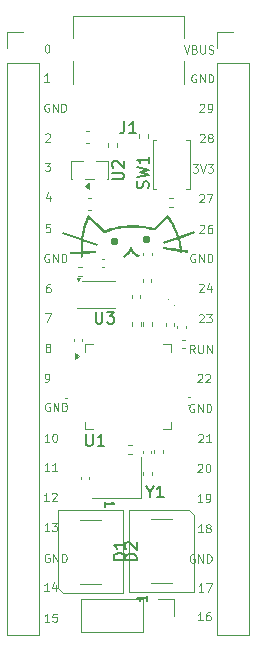
<source format=gbr>
%TF.GenerationSoftware,KiCad,Pcbnew,9.0.6*%
%TF.CreationDate,2025-12-14T11:18:03-08:00*%
%TF.ProjectId,devboard,64657662-6f61-4726-942e-6b696361645f,rev?*%
%TF.SameCoordinates,Original*%
%TF.FileFunction,Legend,Top*%
%TF.FilePolarity,Positive*%
%FSLAX46Y46*%
G04 Gerber Fmt 4.6, Leading zero omitted, Abs format (unit mm)*
G04 Created by KiCad (PCBNEW 9.0.6) date 2025-12-14 11:18:03*
%MOMM*%
%LPD*%
G01*
G04 APERTURE LIST*
%ADD10C,0.000000*%
%ADD11C,0.087500*%
%ADD12C,0.150000*%
%ADD13C,0.120000*%
G04 APERTURE END LIST*
D10*
G36*
X83731941Y-72744942D02*
G01*
X83748540Y-72746206D01*
X83764899Y-72748288D01*
X83780998Y-72751166D01*
X83796815Y-72754821D01*
X83812330Y-72759231D01*
X83827523Y-72764377D01*
X83842372Y-72770236D01*
X83856858Y-72776790D01*
X83870959Y-72784017D01*
X83884655Y-72791896D01*
X83897925Y-72800407D01*
X83910749Y-72809530D01*
X83923106Y-72819243D01*
X83934976Y-72829527D01*
X83946337Y-72840360D01*
X83957170Y-72851721D01*
X83967453Y-72863591D01*
X83977166Y-72875949D01*
X83986288Y-72888773D01*
X83994799Y-72902044D01*
X84002678Y-72915741D01*
X84009905Y-72929843D01*
X84016458Y-72944329D01*
X84022318Y-72959179D01*
X84027463Y-72974373D01*
X84031874Y-72989889D01*
X84035528Y-73005707D01*
X84038407Y-73021807D01*
X84040488Y-73038168D01*
X84041752Y-73054768D01*
X84042178Y-73071589D01*
X84041752Y-73088408D01*
X84040488Y-73105007D01*
X84038407Y-73121366D01*
X84035528Y-73137465D01*
X84031874Y-73153282D01*
X84027463Y-73168797D01*
X84022318Y-73183990D01*
X84016458Y-73198839D01*
X84009905Y-73213325D01*
X84002678Y-73227426D01*
X83994799Y-73241122D01*
X83986288Y-73254392D01*
X83977166Y-73267216D01*
X83967453Y-73279573D01*
X83957170Y-73291443D01*
X83946337Y-73302804D01*
X83934976Y-73313637D01*
X83923106Y-73323920D01*
X83910749Y-73333633D01*
X83897925Y-73342755D01*
X83884655Y-73351266D01*
X83870959Y-73359145D01*
X83856858Y-73366372D01*
X83842372Y-73372925D01*
X83827523Y-73378785D01*
X83812330Y-73383930D01*
X83796815Y-73388341D01*
X83780998Y-73391995D01*
X83764899Y-73394874D01*
X83748540Y-73396955D01*
X83731941Y-73398219D01*
X83715122Y-73398645D01*
X83698301Y-73398219D01*
X83681701Y-73396955D01*
X83665340Y-73394874D01*
X83649240Y-73391995D01*
X83633422Y-73388341D01*
X83617906Y-73383930D01*
X83602712Y-73378785D01*
X83587862Y-73372925D01*
X83573376Y-73366372D01*
X83559274Y-73359145D01*
X83545577Y-73351266D01*
X83532306Y-73342755D01*
X83519482Y-73333633D01*
X83507124Y-73323920D01*
X83495254Y-73313637D01*
X83483892Y-73302804D01*
X83473060Y-73291443D01*
X83462776Y-73279573D01*
X83453063Y-73267216D01*
X83443940Y-73254392D01*
X83435429Y-73241122D01*
X83427550Y-73227426D01*
X83420323Y-73213325D01*
X83413769Y-73198839D01*
X83407910Y-73183990D01*
X83402764Y-73168797D01*
X83398354Y-73153282D01*
X83394699Y-73137465D01*
X83391821Y-73121366D01*
X83389739Y-73105007D01*
X83388475Y-73088408D01*
X83388049Y-73071589D01*
X83388475Y-73054768D01*
X83389739Y-73038168D01*
X83391821Y-73021807D01*
X83394699Y-73005707D01*
X83398354Y-72989889D01*
X83402764Y-72974373D01*
X83407910Y-72959179D01*
X83413769Y-72944329D01*
X83420323Y-72929843D01*
X83427550Y-72915741D01*
X83435429Y-72902044D01*
X83443940Y-72888773D01*
X83453063Y-72875949D01*
X83462776Y-72863591D01*
X83473060Y-72851721D01*
X83483892Y-72840360D01*
X83495254Y-72829527D01*
X83507124Y-72819243D01*
X83519482Y-72809530D01*
X83532306Y-72800407D01*
X83545577Y-72791896D01*
X83559274Y-72784017D01*
X83573376Y-72776790D01*
X83587862Y-72770236D01*
X83602712Y-72764377D01*
X83617906Y-72759231D01*
X83633422Y-72754821D01*
X83649240Y-72751166D01*
X83665340Y-72748288D01*
X83681701Y-72746206D01*
X83698301Y-72744942D01*
X83715122Y-72744516D01*
X83731941Y-72744942D01*
G37*
G36*
X85638790Y-71080499D02*
G01*
X85777928Y-71301124D01*
X85909007Y-71517766D01*
X86031724Y-71731548D01*
X86145777Y-71943595D01*
X86250862Y-72155030D01*
X86299946Y-72260869D01*
X86346676Y-72366977D01*
X86391012Y-72473493D01*
X86432916Y-72580560D01*
X86472352Y-72688316D01*
X86509280Y-72796904D01*
X87773803Y-72340291D01*
X87838509Y-72519457D01*
X86564938Y-72979339D01*
X86595243Y-73091682D01*
X86622864Y-73205388D01*
X86647762Y-73320602D01*
X86669899Y-73437470D01*
X86689237Y-73556136D01*
X86705736Y-73676745D01*
X86719360Y-73799444D01*
X86730070Y-73924378D01*
X87272106Y-73994879D01*
X87247531Y-74183776D01*
X86740642Y-74117847D01*
X86741627Y-74147343D01*
X86744579Y-74242545D01*
X86554175Y-74248450D01*
X86551222Y-74153248D01*
X86550200Y-74122990D01*
X86548999Y-74092923D01*
X85108693Y-73905582D01*
X85133266Y-73716670D01*
X86537014Y-73899263D01*
X86526502Y-73786657D01*
X86513501Y-73675919D01*
X86498046Y-73566935D01*
X86480168Y-73459590D01*
X86459900Y-73353769D01*
X86437276Y-73249357D01*
X86412329Y-73146239D01*
X86385091Y-73044300D01*
X85181749Y-73478814D01*
X85117043Y-73299649D01*
X86329829Y-72861706D01*
X86295902Y-72761301D01*
X86259759Y-72661658D01*
X86221432Y-72562658D01*
X86180958Y-72464181D01*
X86093698Y-72268324D01*
X85998250Y-72073133D01*
X85894885Y-71877657D01*
X85783875Y-71680944D01*
X85665489Y-71482042D01*
X85540000Y-71280000D01*
X84452324Y-72300397D01*
X84401795Y-72287618D01*
X84112127Y-72219689D01*
X83826428Y-72163390D01*
X83544634Y-72118535D01*
X83266679Y-72084935D01*
X82992500Y-72062402D01*
X82722031Y-72050750D01*
X82455208Y-72049790D01*
X82191967Y-72059335D01*
X81932243Y-72079198D01*
X81675972Y-72109191D01*
X81423089Y-72149126D01*
X81173530Y-72198817D01*
X80927230Y-72258074D01*
X80684124Y-72326711D01*
X80444149Y-72404540D01*
X80207239Y-72491373D01*
X80153153Y-72512360D01*
X78827003Y-71338960D01*
X78746602Y-71552655D01*
X78672755Y-71763586D01*
X78605624Y-71972584D01*
X78545373Y-72180481D01*
X78492164Y-72388109D01*
X78446161Y-72596300D01*
X78407526Y-72805884D01*
X78376423Y-73017693D01*
X79588019Y-73461162D01*
X79522534Y-73640057D01*
X78354849Y-73212654D01*
X78346063Y-73316592D01*
X78339091Y-73421499D01*
X78333949Y-73527466D01*
X78330655Y-73634582D01*
X78329228Y-73742936D01*
X78329685Y-73852620D01*
X78332044Y-73963722D01*
X78336323Y-74076333D01*
X79460653Y-74048362D01*
X79465384Y-74238814D01*
X78347689Y-74266612D01*
X78351636Y-74318307D01*
X78355974Y-74370344D01*
X78360702Y-74422736D01*
X78365818Y-74475495D01*
X78375328Y-74570268D01*
X78185780Y-74589286D01*
X78176271Y-74494513D01*
X78170808Y-74438120D01*
X78165778Y-74382135D01*
X78161175Y-74326547D01*
X78156999Y-74271342D01*
X77220723Y-74294630D01*
X77215992Y-74104194D01*
X78145759Y-74081064D01*
X78141203Y-73958765D01*
X78138844Y-73838193D01*
X78138661Y-73719239D01*
X78140634Y-73601792D01*
X78144741Y-73485742D01*
X78150963Y-73370978D01*
X78159278Y-73257390D01*
X78169667Y-73144868D01*
X76609694Y-72573876D01*
X76675179Y-72394997D01*
X78192717Y-72950447D01*
X78227941Y-72723284D01*
X78271587Y-72498402D01*
X78323469Y-72274819D01*
X78383402Y-72051557D01*
X78451200Y-71827633D01*
X78526677Y-71602068D01*
X78609646Y-71373882D01*
X78699924Y-71142094D01*
X78750247Y-71016697D01*
X80192666Y-72292968D01*
X80430768Y-72207805D01*
X80671879Y-72131456D01*
X80916059Y-72064101D01*
X81163371Y-72005926D01*
X81413877Y-71957112D01*
X81667638Y-71917842D01*
X81924716Y-71888298D01*
X82185173Y-71868665D01*
X82449070Y-71859123D01*
X82716469Y-71859857D01*
X82987433Y-71871049D01*
X83262022Y-71892882D01*
X83540299Y-71925538D01*
X83822326Y-71969201D01*
X84108163Y-72024052D01*
X84397874Y-72090276D01*
X85576957Y-70984122D01*
X85638790Y-71080499D01*
G37*
G36*
X82523036Y-73739784D02*
G01*
X82533692Y-73788637D01*
X82547112Y-73836183D01*
X82563349Y-73882402D01*
X82582452Y-73927272D01*
X82604473Y-73970775D01*
X82629463Y-74012889D01*
X82657472Y-74053595D01*
X82688551Y-74092871D01*
X82722751Y-74130699D01*
X82760123Y-74167057D01*
X82800719Y-74201925D01*
X82844587Y-74235283D01*
X82891781Y-74267111D01*
X82942350Y-74297388D01*
X82996345Y-74326094D01*
X83053817Y-74353209D01*
X83148114Y-74395103D01*
X83064326Y-74583714D01*
X82970029Y-74541804D01*
X82920044Y-74518597D01*
X82872227Y-74494372D01*
X82826550Y-74469143D01*
X82782986Y-74442923D01*
X82741506Y-74415728D01*
X82702083Y-74387570D01*
X82664689Y-74358464D01*
X82629296Y-74328424D01*
X82595876Y-74297464D01*
X82564402Y-74265598D01*
X82534846Y-74232840D01*
X82507181Y-74199203D01*
X82481377Y-74164703D01*
X82457409Y-74129352D01*
X82435247Y-74093165D01*
X82414864Y-74056156D01*
X82393193Y-74094071D01*
X82370259Y-74130838D01*
X82346095Y-74166486D01*
X82320732Y-74201043D01*
X82294202Y-74234540D01*
X82266536Y-74267005D01*
X82237767Y-74298466D01*
X82207925Y-74328954D01*
X82177044Y-74358497D01*
X82145153Y-74387124D01*
X82112286Y-74414864D01*
X82078474Y-74441747D01*
X82043748Y-74467801D01*
X82008140Y-74493055D01*
X81971683Y-74517538D01*
X81934407Y-74541280D01*
X81846730Y-74595684D01*
X81737906Y-74420329D01*
X81825584Y-74365925D01*
X81869244Y-74337872D01*
X81911600Y-74308628D01*
X81952570Y-74278119D01*
X81992071Y-74246272D01*
X82030021Y-74213013D01*
X82066340Y-74178269D01*
X82100945Y-74141965D01*
X82133753Y-74104027D01*
X82164684Y-74064383D01*
X82193655Y-74022957D01*
X82220585Y-73979678D01*
X82245391Y-73934469D01*
X82267991Y-73887259D01*
X82288305Y-73837973D01*
X82306249Y-73786537D01*
X82321741Y-73732878D01*
X82523036Y-73739784D01*
G37*
G36*
X81024334Y-72909979D02*
G01*
X81040934Y-72911243D01*
X81057295Y-72913324D01*
X81073395Y-72916203D01*
X81089213Y-72919857D01*
X81104729Y-72924268D01*
X81119923Y-72929413D01*
X81134773Y-72935273D01*
X81149259Y-72941826D01*
X81163361Y-72949053D01*
X81177058Y-72956932D01*
X81190329Y-72965443D01*
X81203153Y-72974566D01*
X81215511Y-72984279D01*
X81227381Y-72994562D01*
X81238743Y-73005394D01*
X81249576Y-73016755D01*
X81259859Y-73028625D01*
X81269572Y-73040982D01*
X81278695Y-73053806D01*
X81287206Y-73067076D01*
X81295085Y-73080772D01*
X81302312Y-73094873D01*
X81308866Y-73109359D01*
X81314725Y-73124208D01*
X81319871Y-73139401D01*
X81324281Y-73154916D01*
X81327936Y-73170733D01*
X81330814Y-73186832D01*
X81332896Y-73203191D01*
X81334160Y-73219791D01*
X81334586Y-73236609D01*
X81334160Y-73253430D01*
X81332896Y-73270030D01*
X81330814Y-73286391D01*
X81327936Y-73302491D01*
X81324281Y-73318309D01*
X81319871Y-73333825D01*
X81314725Y-73349019D01*
X81308866Y-73363869D01*
X81302312Y-73378355D01*
X81295085Y-73392457D01*
X81287206Y-73406154D01*
X81278695Y-73419425D01*
X81269572Y-73432249D01*
X81259859Y-73444607D01*
X81249576Y-73456477D01*
X81238743Y-73467839D01*
X81227381Y-73478671D01*
X81215511Y-73488955D01*
X81203153Y-73498668D01*
X81190329Y-73507791D01*
X81177058Y-73516302D01*
X81163361Y-73524181D01*
X81149259Y-73531408D01*
X81134773Y-73537962D01*
X81119923Y-73543822D01*
X81104729Y-73548967D01*
X81089213Y-73553377D01*
X81073395Y-73557032D01*
X81057295Y-73559910D01*
X81040934Y-73561992D01*
X81024334Y-73563256D01*
X81007513Y-73563682D01*
X80990694Y-73563256D01*
X80974095Y-73561992D01*
X80957736Y-73559910D01*
X80941637Y-73557032D01*
X80925820Y-73553377D01*
X80910305Y-73548967D01*
X80895112Y-73543822D01*
X80880263Y-73537962D01*
X80865777Y-73531408D01*
X80851676Y-73524181D01*
X80837980Y-73516302D01*
X80824710Y-73507791D01*
X80811886Y-73498668D01*
X80799529Y-73488955D01*
X80787659Y-73478671D01*
X80776298Y-73467839D01*
X80765466Y-73456477D01*
X80755182Y-73444607D01*
X80745469Y-73432249D01*
X80736347Y-73419425D01*
X80727836Y-73406154D01*
X80719957Y-73392457D01*
X80712730Y-73378355D01*
X80706177Y-73363869D01*
X80700317Y-73349019D01*
X80695172Y-73333825D01*
X80690761Y-73318309D01*
X80687107Y-73302491D01*
X80684228Y-73286391D01*
X80682147Y-73270030D01*
X80680883Y-73253430D01*
X80680457Y-73236609D01*
X80680883Y-73219791D01*
X80682147Y-73203191D01*
X80684228Y-73186832D01*
X80687107Y-73170733D01*
X80690761Y-73154916D01*
X80695172Y-73139401D01*
X80700317Y-73124208D01*
X80706177Y-73109359D01*
X80712730Y-73094873D01*
X80719957Y-73080772D01*
X80727836Y-73067076D01*
X80736347Y-73053806D01*
X80745469Y-73040982D01*
X80755182Y-73028625D01*
X80765466Y-73016755D01*
X80776298Y-73005394D01*
X80787659Y-72994562D01*
X80799529Y-72984279D01*
X80811886Y-72974566D01*
X80824710Y-72965443D01*
X80837980Y-72956932D01*
X80851676Y-72949053D01*
X80865777Y-72941826D01*
X80880263Y-72935273D01*
X80895112Y-72929413D01*
X80910305Y-72924268D01*
X80925820Y-72919857D01*
X80941637Y-72916203D01*
X80957736Y-72913324D01*
X80974095Y-72911243D01*
X80990694Y-72909979D01*
X81007513Y-72909553D01*
X81024334Y-72909979D01*
G37*
D11*
X87627565Y-66699783D02*
X88060898Y-66699783D01*
X88060898Y-66699783D02*
X87827565Y-66966450D01*
X87827565Y-66966450D02*
X87927565Y-66966450D01*
X87927565Y-66966450D02*
X87994231Y-66999783D01*
X87994231Y-66999783D02*
X88027565Y-67033116D01*
X88027565Y-67033116D02*
X88060898Y-67099783D01*
X88060898Y-67099783D02*
X88060898Y-67266450D01*
X88060898Y-67266450D02*
X88027565Y-67333116D01*
X88027565Y-67333116D02*
X87994231Y-67366450D01*
X87994231Y-67366450D02*
X87927565Y-67399783D01*
X87927565Y-67399783D02*
X87727565Y-67399783D01*
X87727565Y-67399783D02*
X87660898Y-67366450D01*
X87660898Y-67366450D02*
X87627565Y-67333116D01*
X88260898Y-66699783D02*
X88494232Y-67399783D01*
X88494232Y-67399783D02*
X88727565Y-66699783D01*
X88894232Y-66699783D02*
X89327565Y-66699783D01*
X89327565Y-66699783D02*
X89094232Y-66966450D01*
X89094232Y-66966450D02*
X89194232Y-66966450D01*
X89194232Y-66966450D02*
X89260898Y-66999783D01*
X89260898Y-66999783D02*
X89294232Y-67033116D01*
X89294232Y-67033116D02*
X89327565Y-67099783D01*
X89327565Y-67099783D02*
X89327565Y-67266450D01*
X89327565Y-67266450D02*
X89294232Y-67333116D01*
X89294232Y-67333116D02*
X89260898Y-67366450D01*
X89260898Y-67366450D02*
X89194232Y-67399783D01*
X89194232Y-67399783D02*
X88994232Y-67399783D01*
X88994232Y-67399783D02*
X88927565Y-67366450D01*
X88927565Y-67366450D02*
X88894232Y-67333116D01*
X75160898Y-64136450D02*
X75194231Y-64103116D01*
X75194231Y-64103116D02*
X75260898Y-64069783D01*
X75260898Y-64069783D02*
X75427565Y-64069783D01*
X75427565Y-64069783D02*
X75494231Y-64103116D01*
X75494231Y-64103116D02*
X75527565Y-64136450D01*
X75527565Y-64136450D02*
X75560898Y-64203116D01*
X75560898Y-64203116D02*
X75560898Y-64269783D01*
X75560898Y-64269783D02*
X75527565Y-64369783D01*
X75527565Y-64369783D02*
X75127565Y-64769783D01*
X75127565Y-64769783D02*
X75560898Y-64769783D01*
X75540898Y-86913116D02*
X75474231Y-86879783D01*
X75474231Y-86879783D02*
X75374231Y-86879783D01*
X75374231Y-86879783D02*
X75274231Y-86913116D01*
X75274231Y-86913116D02*
X75207565Y-86979783D01*
X75207565Y-86979783D02*
X75174231Y-87046450D01*
X75174231Y-87046450D02*
X75140898Y-87179783D01*
X75140898Y-87179783D02*
X75140898Y-87279783D01*
X75140898Y-87279783D02*
X75174231Y-87413116D01*
X75174231Y-87413116D02*
X75207565Y-87479783D01*
X75207565Y-87479783D02*
X75274231Y-87546450D01*
X75274231Y-87546450D02*
X75374231Y-87579783D01*
X75374231Y-87579783D02*
X75440898Y-87579783D01*
X75440898Y-87579783D02*
X75540898Y-87546450D01*
X75540898Y-87546450D02*
X75574231Y-87513116D01*
X75574231Y-87513116D02*
X75574231Y-87279783D01*
X75574231Y-87279783D02*
X75440898Y-87279783D01*
X75874231Y-87579783D02*
X75874231Y-86879783D01*
X75874231Y-86879783D02*
X76274231Y-87579783D01*
X76274231Y-87579783D02*
X76274231Y-86879783D01*
X76607564Y-87579783D02*
X76607564Y-86879783D01*
X76607564Y-86879783D02*
X76774231Y-86879783D01*
X76774231Y-86879783D02*
X76874231Y-86913116D01*
X76874231Y-86913116D02*
X76940898Y-86979783D01*
X76940898Y-86979783D02*
X76974231Y-87046450D01*
X76974231Y-87046450D02*
X77007564Y-87179783D01*
X77007564Y-87179783D02*
X77007564Y-87279783D01*
X77007564Y-87279783D02*
X76974231Y-87413116D01*
X76974231Y-87413116D02*
X76940898Y-87479783D01*
X76940898Y-87479783D02*
X76874231Y-87546450D01*
X76874231Y-87546450D02*
X76774231Y-87579783D01*
X76774231Y-87579783D02*
X76607564Y-87579783D01*
X88120898Y-89606450D02*
X88154231Y-89573116D01*
X88154231Y-89573116D02*
X88220898Y-89539783D01*
X88220898Y-89539783D02*
X88387565Y-89539783D01*
X88387565Y-89539783D02*
X88454231Y-89573116D01*
X88454231Y-89573116D02*
X88487565Y-89606450D01*
X88487565Y-89606450D02*
X88520898Y-89673116D01*
X88520898Y-89673116D02*
X88520898Y-89739783D01*
X88520898Y-89739783D02*
X88487565Y-89839783D01*
X88487565Y-89839783D02*
X88087565Y-90239783D01*
X88087565Y-90239783D02*
X88520898Y-90239783D01*
X89187565Y-90239783D02*
X88787565Y-90239783D01*
X88987565Y-90239783D02*
X88987565Y-89539783D01*
X88987565Y-89539783D02*
X88920898Y-89639783D01*
X88920898Y-89639783D02*
X88854232Y-89706450D01*
X88854232Y-89706450D02*
X88787565Y-89739783D01*
X88500898Y-97869783D02*
X88100898Y-97869783D01*
X88300898Y-97869783D02*
X88300898Y-97169783D01*
X88300898Y-97169783D02*
X88234231Y-97269783D01*
X88234231Y-97269783D02*
X88167565Y-97336450D01*
X88167565Y-97336450D02*
X88100898Y-97369783D01*
X88900898Y-97469783D02*
X88834232Y-97436450D01*
X88834232Y-97436450D02*
X88800898Y-97403116D01*
X88800898Y-97403116D02*
X88767565Y-97336450D01*
X88767565Y-97336450D02*
X88767565Y-97303116D01*
X88767565Y-97303116D02*
X88800898Y-97236450D01*
X88800898Y-97236450D02*
X88834232Y-97203116D01*
X88834232Y-97203116D02*
X88900898Y-97169783D01*
X88900898Y-97169783D02*
X89034232Y-97169783D01*
X89034232Y-97169783D02*
X89100898Y-97203116D01*
X89100898Y-97203116D02*
X89134232Y-97236450D01*
X89134232Y-97236450D02*
X89167565Y-97303116D01*
X89167565Y-97303116D02*
X89167565Y-97336450D01*
X89167565Y-97336450D02*
X89134232Y-97403116D01*
X89134232Y-97403116D02*
X89100898Y-97436450D01*
X89100898Y-97436450D02*
X89034232Y-97469783D01*
X89034232Y-97469783D02*
X88900898Y-97469783D01*
X88900898Y-97469783D02*
X88834232Y-97503116D01*
X88834232Y-97503116D02*
X88800898Y-97536450D01*
X88800898Y-97536450D02*
X88767565Y-97603116D01*
X88767565Y-97603116D02*
X88767565Y-97736450D01*
X88767565Y-97736450D02*
X88800898Y-97803116D01*
X88800898Y-97803116D02*
X88834232Y-97836450D01*
X88834232Y-97836450D02*
X88900898Y-97869783D01*
X88900898Y-97869783D02*
X89034232Y-97869783D01*
X89034232Y-97869783D02*
X89100898Y-97836450D01*
X89100898Y-97836450D02*
X89134232Y-97803116D01*
X89134232Y-97803116D02*
X89167565Y-97736450D01*
X89167565Y-97736450D02*
X89167565Y-97603116D01*
X89167565Y-97603116D02*
X89134232Y-97536450D01*
X89134232Y-97536450D02*
X89100898Y-97503116D01*
X89100898Y-97503116D02*
X89034232Y-97469783D01*
X88460898Y-95319783D02*
X88060898Y-95319783D01*
X88260898Y-95319783D02*
X88260898Y-94619783D01*
X88260898Y-94619783D02*
X88194231Y-94719783D01*
X88194231Y-94719783D02*
X88127565Y-94786450D01*
X88127565Y-94786450D02*
X88060898Y-94819783D01*
X88794232Y-95319783D02*
X88927565Y-95319783D01*
X88927565Y-95319783D02*
X88994232Y-95286450D01*
X88994232Y-95286450D02*
X89027565Y-95253116D01*
X89027565Y-95253116D02*
X89094232Y-95153116D01*
X89094232Y-95153116D02*
X89127565Y-95019783D01*
X89127565Y-95019783D02*
X89127565Y-94753116D01*
X89127565Y-94753116D02*
X89094232Y-94686450D01*
X89094232Y-94686450D02*
X89060898Y-94653116D01*
X89060898Y-94653116D02*
X88994232Y-94619783D01*
X88994232Y-94619783D02*
X88860898Y-94619783D01*
X88860898Y-94619783D02*
X88794232Y-94653116D01*
X88794232Y-94653116D02*
X88760898Y-94686450D01*
X88760898Y-94686450D02*
X88727565Y-94753116D01*
X88727565Y-94753116D02*
X88727565Y-94919783D01*
X88727565Y-94919783D02*
X88760898Y-94986450D01*
X88760898Y-94986450D02*
X88794232Y-95019783D01*
X88794232Y-95019783D02*
X88860898Y-95053116D01*
X88860898Y-95053116D02*
X88994232Y-95053116D01*
X88994232Y-95053116D02*
X89060898Y-95019783D01*
X89060898Y-95019783D02*
X89094232Y-94986450D01*
X89094232Y-94986450D02*
X89127565Y-94919783D01*
X75500898Y-97749783D02*
X75100898Y-97749783D01*
X75300898Y-97749783D02*
X75300898Y-97049783D01*
X75300898Y-97049783D02*
X75234231Y-97149783D01*
X75234231Y-97149783D02*
X75167565Y-97216450D01*
X75167565Y-97216450D02*
X75100898Y-97249783D01*
X75734232Y-97049783D02*
X76167565Y-97049783D01*
X76167565Y-97049783D02*
X75934232Y-97316450D01*
X75934232Y-97316450D02*
X76034232Y-97316450D01*
X76034232Y-97316450D02*
X76100898Y-97349783D01*
X76100898Y-97349783D02*
X76134232Y-97383116D01*
X76134232Y-97383116D02*
X76167565Y-97449783D01*
X76167565Y-97449783D02*
X76167565Y-97616450D01*
X76167565Y-97616450D02*
X76134232Y-97683116D01*
X76134232Y-97683116D02*
X76100898Y-97716450D01*
X76100898Y-97716450D02*
X76034232Y-97749783D01*
X76034232Y-97749783D02*
X75834232Y-97749783D01*
X75834232Y-97749783D02*
X75767565Y-97716450D01*
X75767565Y-97716450D02*
X75734232Y-97683116D01*
X75470898Y-74333116D02*
X75404231Y-74299783D01*
X75404231Y-74299783D02*
X75304231Y-74299783D01*
X75304231Y-74299783D02*
X75204231Y-74333116D01*
X75204231Y-74333116D02*
X75137565Y-74399783D01*
X75137565Y-74399783D02*
X75104231Y-74466450D01*
X75104231Y-74466450D02*
X75070898Y-74599783D01*
X75070898Y-74599783D02*
X75070898Y-74699783D01*
X75070898Y-74699783D02*
X75104231Y-74833116D01*
X75104231Y-74833116D02*
X75137565Y-74899783D01*
X75137565Y-74899783D02*
X75204231Y-74966450D01*
X75204231Y-74966450D02*
X75304231Y-74999783D01*
X75304231Y-74999783D02*
X75370898Y-74999783D01*
X75370898Y-74999783D02*
X75470898Y-74966450D01*
X75470898Y-74966450D02*
X75504231Y-74933116D01*
X75504231Y-74933116D02*
X75504231Y-74699783D01*
X75504231Y-74699783D02*
X75370898Y-74699783D01*
X75804231Y-74999783D02*
X75804231Y-74299783D01*
X75804231Y-74299783D02*
X76204231Y-74999783D01*
X76204231Y-74999783D02*
X76204231Y-74299783D01*
X76537564Y-74999783D02*
X76537564Y-74299783D01*
X76537564Y-74299783D02*
X76704231Y-74299783D01*
X76704231Y-74299783D02*
X76804231Y-74333116D01*
X76804231Y-74333116D02*
X76870898Y-74399783D01*
X76870898Y-74399783D02*
X76904231Y-74466450D01*
X76904231Y-74466450D02*
X76937564Y-74599783D01*
X76937564Y-74599783D02*
X76937564Y-74699783D01*
X76937564Y-74699783D02*
X76904231Y-74833116D01*
X76904231Y-74833116D02*
X76870898Y-74899783D01*
X76870898Y-74899783D02*
X76804231Y-74966450D01*
X76804231Y-74966450D02*
X76704231Y-74999783D01*
X76704231Y-74999783D02*
X76537564Y-74999783D01*
X86884231Y-56629783D02*
X87117565Y-57329783D01*
X87117565Y-57329783D02*
X87350898Y-56629783D01*
X87817565Y-56963116D02*
X87917565Y-56996450D01*
X87917565Y-56996450D02*
X87950898Y-57029783D01*
X87950898Y-57029783D02*
X87984231Y-57096450D01*
X87984231Y-57096450D02*
X87984231Y-57196450D01*
X87984231Y-57196450D02*
X87950898Y-57263116D01*
X87950898Y-57263116D02*
X87917565Y-57296450D01*
X87917565Y-57296450D02*
X87850898Y-57329783D01*
X87850898Y-57329783D02*
X87584231Y-57329783D01*
X87584231Y-57329783D02*
X87584231Y-56629783D01*
X87584231Y-56629783D02*
X87817565Y-56629783D01*
X87817565Y-56629783D02*
X87884231Y-56663116D01*
X87884231Y-56663116D02*
X87917565Y-56696450D01*
X87917565Y-56696450D02*
X87950898Y-56763116D01*
X87950898Y-56763116D02*
X87950898Y-56829783D01*
X87950898Y-56829783D02*
X87917565Y-56896450D01*
X87917565Y-56896450D02*
X87884231Y-56929783D01*
X87884231Y-56929783D02*
X87817565Y-56963116D01*
X87817565Y-56963116D02*
X87584231Y-56963116D01*
X88284231Y-56629783D02*
X88284231Y-57196450D01*
X88284231Y-57196450D02*
X88317565Y-57263116D01*
X88317565Y-57263116D02*
X88350898Y-57296450D01*
X88350898Y-57296450D02*
X88417565Y-57329783D01*
X88417565Y-57329783D02*
X88550898Y-57329783D01*
X88550898Y-57329783D02*
X88617565Y-57296450D01*
X88617565Y-57296450D02*
X88650898Y-57263116D01*
X88650898Y-57263116D02*
X88684231Y-57196450D01*
X88684231Y-57196450D02*
X88684231Y-56629783D01*
X88984231Y-57296450D02*
X89084231Y-57329783D01*
X89084231Y-57329783D02*
X89250898Y-57329783D01*
X89250898Y-57329783D02*
X89317564Y-57296450D01*
X89317564Y-57296450D02*
X89350898Y-57263116D01*
X89350898Y-57263116D02*
X89384231Y-57196450D01*
X89384231Y-57196450D02*
X89384231Y-57129783D01*
X89384231Y-57129783D02*
X89350898Y-57063116D01*
X89350898Y-57063116D02*
X89317564Y-57029783D01*
X89317564Y-57029783D02*
X89250898Y-56996450D01*
X89250898Y-56996450D02*
X89117564Y-56963116D01*
X89117564Y-56963116D02*
X89050898Y-56929783D01*
X89050898Y-56929783D02*
X89017564Y-56896450D01*
X89017564Y-56896450D02*
X88984231Y-56829783D01*
X88984231Y-56829783D02*
X88984231Y-56763116D01*
X88984231Y-56763116D02*
X89017564Y-56696450D01*
X89017564Y-56696450D02*
X89050898Y-56663116D01*
X89050898Y-56663116D02*
X89117564Y-56629783D01*
X89117564Y-56629783D02*
X89284231Y-56629783D01*
X89284231Y-56629783D02*
X89384231Y-56663116D01*
X75167565Y-85109783D02*
X75300898Y-85109783D01*
X75300898Y-85109783D02*
X75367565Y-85076450D01*
X75367565Y-85076450D02*
X75400898Y-85043116D01*
X75400898Y-85043116D02*
X75467565Y-84943116D01*
X75467565Y-84943116D02*
X75500898Y-84809783D01*
X75500898Y-84809783D02*
X75500898Y-84543116D01*
X75500898Y-84543116D02*
X75467565Y-84476450D01*
X75467565Y-84476450D02*
X75434231Y-84443116D01*
X75434231Y-84443116D02*
X75367565Y-84409783D01*
X75367565Y-84409783D02*
X75234231Y-84409783D01*
X75234231Y-84409783D02*
X75167565Y-84443116D01*
X75167565Y-84443116D02*
X75134231Y-84476450D01*
X75134231Y-84476450D02*
X75100898Y-84543116D01*
X75100898Y-84543116D02*
X75100898Y-84709783D01*
X75100898Y-84709783D02*
X75134231Y-84776450D01*
X75134231Y-84776450D02*
X75167565Y-84809783D01*
X75167565Y-84809783D02*
X75234231Y-84843116D01*
X75234231Y-84843116D02*
X75367565Y-84843116D01*
X75367565Y-84843116D02*
X75434231Y-84809783D01*
X75434231Y-84809783D02*
X75467565Y-84776450D01*
X75467565Y-84776450D02*
X75500898Y-84709783D01*
X75137565Y-66549783D02*
X75570898Y-66549783D01*
X75570898Y-66549783D02*
X75337565Y-66816450D01*
X75337565Y-66816450D02*
X75437565Y-66816450D01*
X75437565Y-66816450D02*
X75504231Y-66849783D01*
X75504231Y-66849783D02*
X75537565Y-66883116D01*
X75537565Y-66883116D02*
X75570898Y-66949783D01*
X75570898Y-66949783D02*
X75570898Y-67116450D01*
X75570898Y-67116450D02*
X75537565Y-67183116D01*
X75537565Y-67183116D02*
X75504231Y-67216450D01*
X75504231Y-67216450D02*
X75437565Y-67249783D01*
X75437565Y-67249783D02*
X75237565Y-67249783D01*
X75237565Y-67249783D02*
X75170898Y-67216450D01*
X75170898Y-67216450D02*
X75137565Y-67183116D01*
X87910898Y-59103116D02*
X87844231Y-59069783D01*
X87844231Y-59069783D02*
X87744231Y-59069783D01*
X87744231Y-59069783D02*
X87644231Y-59103116D01*
X87644231Y-59103116D02*
X87577565Y-59169783D01*
X87577565Y-59169783D02*
X87544231Y-59236450D01*
X87544231Y-59236450D02*
X87510898Y-59369783D01*
X87510898Y-59369783D02*
X87510898Y-59469783D01*
X87510898Y-59469783D02*
X87544231Y-59603116D01*
X87544231Y-59603116D02*
X87577565Y-59669783D01*
X87577565Y-59669783D02*
X87644231Y-59736450D01*
X87644231Y-59736450D02*
X87744231Y-59769783D01*
X87744231Y-59769783D02*
X87810898Y-59769783D01*
X87810898Y-59769783D02*
X87910898Y-59736450D01*
X87910898Y-59736450D02*
X87944231Y-59703116D01*
X87944231Y-59703116D02*
X87944231Y-59469783D01*
X87944231Y-59469783D02*
X87810898Y-59469783D01*
X88244231Y-59769783D02*
X88244231Y-59069783D01*
X88244231Y-59069783D02*
X88644231Y-59769783D01*
X88644231Y-59769783D02*
X88644231Y-59069783D01*
X88977564Y-59769783D02*
X88977564Y-59069783D01*
X88977564Y-59069783D02*
X89144231Y-59069783D01*
X89144231Y-59069783D02*
X89244231Y-59103116D01*
X89244231Y-59103116D02*
X89310898Y-59169783D01*
X89310898Y-59169783D02*
X89344231Y-59236450D01*
X89344231Y-59236450D02*
X89377564Y-59369783D01*
X89377564Y-59369783D02*
X89377564Y-59469783D01*
X89377564Y-59469783D02*
X89344231Y-59603116D01*
X89344231Y-59603116D02*
X89310898Y-59669783D01*
X89310898Y-59669783D02*
X89244231Y-59736450D01*
X89244231Y-59736450D02*
X89144231Y-59769783D01*
X89144231Y-59769783D02*
X88977564Y-59769783D01*
X88170898Y-79456450D02*
X88204231Y-79423116D01*
X88204231Y-79423116D02*
X88270898Y-79389783D01*
X88270898Y-79389783D02*
X88437565Y-79389783D01*
X88437565Y-79389783D02*
X88504231Y-79423116D01*
X88504231Y-79423116D02*
X88537565Y-79456450D01*
X88537565Y-79456450D02*
X88570898Y-79523116D01*
X88570898Y-79523116D02*
X88570898Y-79589783D01*
X88570898Y-79589783D02*
X88537565Y-79689783D01*
X88537565Y-79689783D02*
X88137565Y-80089783D01*
X88137565Y-80089783D02*
X88570898Y-80089783D01*
X88804232Y-79389783D02*
X89237565Y-79389783D01*
X89237565Y-79389783D02*
X89004232Y-79656450D01*
X89004232Y-79656450D02*
X89104232Y-79656450D01*
X89104232Y-79656450D02*
X89170898Y-79689783D01*
X89170898Y-79689783D02*
X89204232Y-79723116D01*
X89204232Y-79723116D02*
X89237565Y-79789783D01*
X89237565Y-79789783D02*
X89237565Y-79956450D01*
X89237565Y-79956450D02*
X89204232Y-80023116D01*
X89204232Y-80023116D02*
X89170898Y-80056450D01*
X89170898Y-80056450D02*
X89104232Y-80089783D01*
X89104232Y-80089783D02*
X88904232Y-80089783D01*
X88904232Y-80089783D02*
X88837565Y-80056450D01*
X88837565Y-80056450D02*
X88804232Y-80023116D01*
X88060898Y-92136450D02*
X88094231Y-92103116D01*
X88094231Y-92103116D02*
X88160898Y-92069783D01*
X88160898Y-92069783D02*
X88327565Y-92069783D01*
X88327565Y-92069783D02*
X88394231Y-92103116D01*
X88394231Y-92103116D02*
X88427565Y-92136450D01*
X88427565Y-92136450D02*
X88460898Y-92203116D01*
X88460898Y-92203116D02*
X88460898Y-92269783D01*
X88460898Y-92269783D02*
X88427565Y-92369783D01*
X88427565Y-92369783D02*
X88027565Y-92769783D01*
X88027565Y-92769783D02*
X88460898Y-92769783D01*
X88894232Y-92069783D02*
X88960898Y-92069783D01*
X88960898Y-92069783D02*
X89027565Y-92103116D01*
X89027565Y-92103116D02*
X89060898Y-92136450D01*
X89060898Y-92136450D02*
X89094232Y-92203116D01*
X89094232Y-92203116D02*
X89127565Y-92336450D01*
X89127565Y-92336450D02*
X89127565Y-92503116D01*
X89127565Y-92503116D02*
X89094232Y-92636450D01*
X89094232Y-92636450D02*
X89060898Y-92703116D01*
X89060898Y-92703116D02*
X89027565Y-92736450D01*
X89027565Y-92736450D02*
X88960898Y-92769783D01*
X88960898Y-92769783D02*
X88894232Y-92769783D01*
X88894232Y-92769783D02*
X88827565Y-92736450D01*
X88827565Y-92736450D02*
X88794232Y-92703116D01*
X88794232Y-92703116D02*
X88760898Y-92636450D01*
X88760898Y-92636450D02*
X88727565Y-92503116D01*
X88727565Y-92503116D02*
X88727565Y-92336450D01*
X88727565Y-92336450D02*
X88760898Y-92203116D01*
X88760898Y-92203116D02*
X88794232Y-92136450D01*
X88794232Y-92136450D02*
X88827565Y-92103116D01*
X88827565Y-92103116D02*
X88894232Y-92069783D01*
X88180898Y-76856450D02*
X88214231Y-76823116D01*
X88214231Y-76823116D02*
X88280898Y-76789783D01*
X88280898Y-76789783D02*
X88447565Y-76789783D01*
X88447565Y-76789783D02*
X88514231Y-76823116D01*
X88514231Y-76823116D02*
X88547565Y-76856450D01*
X88547565Y-76856450D02*
X88580898Y-76923116D01*
X88580898Y-76923116D02*
X88580898Y-76989783D01*
X88580898Y-76989783D02*
X88547565Y-77089783D01*
X88547565Y-77089783D02*
X88147565Y-77489783D01*
X88147565Y-77489783D02*
X88580898Y-77489783D01*
X89180898Y-77023116D02*
X89180898Y-77489783D01*
X89014232Y-76756450D02*
X88847565Y-77256450D01*
X88847565Y-77256450D02*
X89280898Y-77256450D01*
X88200898Y-69286450D02*
X88234231Y-69253116D01*
X88234231Y-69253116D02*
X88300898Y-69219783D01*
X88300898Y-69219783D02*
X88467565Y-69219783D01*
X88467565Y-69219783D02*
X88534231Y-69253116D01*
X88534231Y-69253116D02*
X88567565Y-69286450D01*
X88567565Y-69286450D02*
X88600898Y-69353116D01*
X88600898Y-69353116D02*
X88600898Y-69419783D01*
X88600898Y-69419783D02*
X88567565Y-69519783D01*
X88567565Y-69519783D02*
X88167565Y-69919783D01*
X88167565Y-69919783D02*
X88600898Y-69919783D01*
X88834232Y-69219783D02*
X89300898Y-69219783D01*
X89300898Y-69219783D02*
X89000898Y-69919783D01*
X88490898Y-105319783D02*
X88090898Y-105319783D01*
X88290898Y-105319783D02*
X88290898Y-104619783D01*
X88290898Y-104619783D02*
X88224231Y-104719783D01*
X88224231Y-104719783D02*
X88157565Y-104786450D01*
X88157565Y-104786450D02*
X88090898Y-104819783D01*
X89090898Y-104619783D02*
X88957565Y-104619783D01*
X88957565Y-104619783D02*
X88890898Y-104653116D01*
X88890898Y-104653116D02*
X88857565Y-104686450D01*
X88857565Y-104686450D02*
X88790898Y-104786450D01*
X88790898Y-104786450D02*
X88757565Y-104919783D01*
X88757565Y-104919783D02*
X88757565Y-105186450D01*
X88757565Y-105186450D02*
X88790898Y-105253116D01*
X88790898Y-105253116D02*
X88824232Y-105286450D01*
X88824232Y-105286450D02*
X88890898Y-105319783D01*
X88890898Y-105319783D02*
X89024232Y-105319783D01*
X89024232Y-105319783D02*
X89090898Y-105286450D01*
X89090898Y-105286450D02*
X89124232Y-105253116D01*
X89124232Y-105253116D02*
X89157565Y-105186450D01*
X89157565Y-105186450D02*
X89157565Y-105019783D01*
X89157565Y-105019783D02*
X89124232Y-104953116D01*
X89124232Y-104953116D02*
X89090898Y-104919783D01*
X89090898Y-104919783D02*
X89024232Y-104886450D01*
X89024232Y-104886450D02*
X88890898Y-104886450D01*
X88890898Y-104886450D02*
X88824232Y-104919783D01*
X88824232Y-104919783D02*
X88790898Y-104953116D01*
X88790898Y-104953116D02*
X88757565Y-105019783D01*
X75277565Y-56549783D02*
X75344231Y-56549783D01*
X75344231Y-56549783D02*
X75410898Y-56583116D01*
X75410898Y-56583116D02*
X75444231Y-56616450D01*
X75444231Y-56616450D02*
X75477565Y-56683116D01*
X75477565Y-56683116D02*
X75510898Y-56816450D01*
X75510898Y-56816450D02*
X75510898Y-56983116D01*
X75510898Y-56983116D02*
X75477565Y-57116450D01*
X75477565Y-57116450D02*
X75444231Y-57183116D01*
X75444231Y-57183116D02*
X75410898Y-57216450D01*
X75410898Y-57216450D02*
X75344231Y-57249783D01*
X75344231Y-57249783D02*
X75277565Y-57249783D01*
X75277565Y-57249783D02*
X75210898Y-57216450D01*
X75210898Y-57216450D02*
X75177565Y-57183116D01*
X75177565Y-57183116D02*
X75144231Y-57116450D01*
X75144231Y-57116450D02*
X75110898Y-56983116D01*
X75110898Y-56983116D02*
X75110898Y-56816450D01*
X75110898Y-56816450D02*
X75144231Y-56683116D01*
X75144231Y-56683116D02*
X75177565Y-56616450D01*
X75177565Y-56616450D02*
X75210898Y-56583116D01*
X75210898Y-56583116D02*
X75277565Y-56549783D01*
X87830898Y-74313116D02*
X87764231Y-74279783D01*
X87764231Y-74279783D02*
X87664231Y-74279783D01*
X87664231Y-74279783D02*
X87564231Y-74313116D01*
X87564231Y-74313116D02*
X87497565Y-74379783D01*
X87497565Y-74379783D02*
X87464231Y-74446450D01*
X87464231Y-74446450D02*
X87430898Y-74579783D01*
X87430898Y-74579783D02*
X87430898Y-74679783D01*
X87430898Y-74679783D02*
X87464231Y-74813116D01*
X87464231Y-74813116D02*
X87497565Y-74879783D01*
X87497565Y-74879783D02*
X87564231Y-74946450D01*
X87564231Y-74946450D02*
X87664231Y-74979783D01*
X87664231Y-74979783D02*
X87730898Y-74979783D01*
X87730898Y-74979783D02*
X87830898Y-74946450D01*
X87830898Y-74946450D02*
X87864231Y-74913116D01*
X87864231Y-74913116D02*
X87864231Y-74679783D01*
X87864231Y-74679783D02*
X87730898Y-74679783D01*
X88164231Y-74979783D02*
X88164231Y-74279783D01*
X88164231Y-74279783D02*
X88564231Y-74979783D01*
X88564231Y-74979783D02*
X88564231Y-74279783D01*
X88897564Y-74979783D02*
X88897564Y-74279783D01*
X88897564Y-74279783D02*
X89064231Y-74279783D01*
X89064231Y-74279783D02*
X89164231Y-74313116D01*
X89164231Y-74313116D02*
X89230898Y-74379783D01*
X89230898Y-74379783D02*
X89264231Y-74446450D01*
X89264231Y-74446450D02*
X89297564Y-74579783D01*
X89297564Y-74579783D02*
X89297564Y-74679783D01*
X89297564Y-74679783D02*
X89264231Y-74813116D01*
X89264231Y-74813116D02*
X89230898Y-74879783D01*
X89230898Y-74879783D02*
X89164231Y-74946450D01*
X89164231Y-74946450D02*
X89064231Y-74979783D01*
X89064231Y-74979783D02*
X88897564Y-74979783D01*
X75460898Y-61583116D02*
X75394231Y-61549783D01*
X75394231Y-61549783D02*
X75294231Y-61549783D01*
X75294231Y-61549783D02*
X75194231Y-61583116D01*
X75194231Y-61583116D02*
X75127565Y-61649783D01*
X75127565Y-61649783D02*
X75094231Y-61716450D01*
X75094231Y-61716450D02*
X75060898Y-61849783D01*
X75060898Y-61849783D02*
X75060898Y-61949783D01*
X75060898Y-61949783D02*
X75094231Y-62083116D01*
X75094231Y-62083116D02*
X75127565Y-62149783D01*
X75127565Y-62149783D02*
X75194231Y-62216450D01*
X75194231Y-62216450D02*
X75294231Y-62249783D01*
X75294231Y-62249783D02*
X75360898Y-62249783D01*
X75360898Y-62249783D02*
X75460898Y-62216450D01*
X75460898Y-62216450D02*
X75494231Y-62183116D01*
X75494231Y-62183116D02*
X75494231Y-61949783D01*
X75494231Y-61949783D02*
X75360898Y-61949783D01*
X75794231Y-62249783D02*
X75794231Y-61549783D01*
X75794231Y-61549783D02*
X76194231Y-62249783D01*
X76194231Y-62249783D02*
X76194231Y-61549783D01*
X76527564Y-62249783D02*
X76527564Y-61549783D01*
X76527564Y-61549783D02*
X76694231Y-61549783D01*
X76694231Y-61549783D02*
X76794231Y-61583116D01*
X76794231Y-61583116D02*
X76860898Y-61649783D01*
X76860898Y-61649783D02*
X76894231Y-61716450D01*
X76894231Y-61716450D02*
X76927564Y-61849783D01*
X76927564Y-61849783D02*
X76927564Y-61949783D01*
X76927564Y-61949783D02*
X76894231Y-62083116D01*
X76894231Y-62083116D02*
X76860898Y-62149783D01*
X76860898Y-62149783D02*
X76794231Y-62216450D01*
X76794231Y-62216450D02*
X76694231Y-62249783D01*
X76694231Y-62249783D02*
X76527564Y-62249783D01*
X87770898Y-99753116D02*
X87704231Y-99719783D01*
X87704231Y-99719783D02*
X87604231Y-99719783D01*
X87604231Y-99719783D02*
X87504231Y-99753116D01*
X87504231Y-99753116D02*
X87437565Y-99819783D01*
X87437565Y-99819783D02*
X87404231Y-99886450D01*
X87404231Y-99886450D02*
X87370898Y-100019783D01*
X87370898Y-100019783D02*
X87370898Y-100119783D01*
X87370898Y-100119783D02*
X87404231Y-100253116D01*
X87404231Y-100253116D02*
X87437565Y-100319783D01*
X87437565Y-100319783D02*
X87504231Y-100386450D01*
X87504231Y-100386450D02*
X87604231Y-100419783D01*
X87604231Y-100419783D02*
X87670898Y-100419783D01*
X87670898Y-100419783D02*
X87770898Y-100386450D01*
X87770898Y-100386450D02*
X87804231Y-100353116D01*
X87804231Y-100353116D02*
X87804231Y-100119783D01*
X87804231Y-100119783D02*
X87670898Y-100119783D01*
X88104231Y-100419783D02*
X88104231Y-99719783D01*
X88104231Y-99719783D02*
X88504231Y-100419783D01*
X88504231Y-100419783D02*
X88504231Y-99719783D01*
X88837564Y-100419783D02*
X88837564Y-99719783D01*
X88837564Y-99719783D02*
X89004231Y-99719783D01*
X89004231Y-99719783D02*
X89104231Y-99753116D01*
X89104231Y-99753116D02*
X89170898Y-99819783D01*
X89170898Y-99819783D02*
X89204231Y-99886450D01*
X89204231Y-99886450D02*
X89237564Y-100019783D01*
X89237564Y-100019783D02*
X89237564Y-100119783D01*
X89237564Y-100119783D02*
X89204231Y-100253116D01*
X89204231Y-100253116D02*
X89170898Y-100319783D01*
X89170898Y-100319783D02*
X89104231Y-100386450D01*
X89104231Y-100386450D02*
X89004231Y-100419783D01*
X89004231Y-100419783D02*
X88837564Y-100419783D01*
X88230898Y-61646450D02*
X88264231Y-61613116D01*
X88264231Y-61613116D02*
X88330898Y-61579783D01*
X88330898Y-61579783D02*
X88497565Y-61579783D01*
X88497565Y-61579783D02*
X88564231Y-61613116D01*
X88564231Y-61613116D02*
X88597565Y-61646450D01*
X88597565Y-61646450D02*
X88630898Y-61713116D01*
X88630898Y-61713116D02*
X88630898Y-61779783D01*
X88630898Y-61779783D02*
X88597565Y-61879783D01*
X88597565Y-61879783D02*
X88197565Y-62279783D01*
X88197565Y-62279783D02*
X88630898Y-62279783D01*
X88964232Y-62279783D02*
X89097565Y-62279783D01*
X89097565Y-62279783D02*
X89164232Y-62246450D01*
X89164232Y-62246450D02*
X89197565Y-62213116D01*
X89197565Y-62213116D02*
X89264232Y-62113116D01*
X89264232Y-62113116D02*
X89297565Y-61979783D01*
X89297565Y-61979783D02*
X89297565Y-61713116D01*
X89297565Y-61713116D02*
X89264232Y-61646450D01*
X89264232Y-61646450D02*
X89230898Y-61613116D01*
X89230898Y-61613116D02*
X89164232Y-61579783D01*
X89164232Y-61579783D02*
X89030898Y-61579783D01*
X89030898Y-61579783D02*
X88964232Y-61613116D01*
X88964232Y-61613116D02*
X88930898Y-61646450D01*
X88930898Y-61646450D02*
X88897565Y-61713116D01*
X88897565Y-61713116D02*
X88897565Y-61879783D01*
X88897565Y-61879783D02*
X88930898Y-61946450D01*
X88930898Y-61946450D02*
X88964232Y-61979783D01*
X88964232Y-61979783D02*
X89030898Y-62013116D01*
X89030898Y-62013116D02*
X89164232Y-62013116D01*
X89164232Y-62013116D02*
X89230898Y-61979783D01*
X89230898Y-61979783D02*
X89264232Y-61946450D01*
X89264232Y-61946450D02*
X89297565Y-61879783D01*
X75137565Y-79309783D02*
X75604231Y-79309783D01*
X75604231Y-79309783D02*
X75304231Y-80009783D01*
X87814231Y-82689783D02*
X87580898Y-82356450D01*
X87414231Y-82689783D02*
X87414231Y-81989783D01*
X87414231Y-81989783D02*
X87680898Y-81989783D01*
X87680898Y-81989783D02*
X87747565Y-82023116D01*
X87747565Y-82023116D02*
X87780898Y-82056450D01*
X87780898Y-82056450D02*
X87814231Y-82123116D01*
X87814231Y-82123116D02*
X87814231Y-82223116D01*
X87814231Y-82223116D02*
X87780898Y-82289783D01*
X87780898Y-82289783D02*
X87747565Y-82323116D01*
X87747565Y-82323116D02*
X87680898Y-82356450D01*
X87680898Y-82356450D02*
X87414231Y-82356450D01*
X88114231Y-81989783D02*
X88114231Y-82556450D01*
X88114231Y-82556450D02*
X88147565Y-82623116D01*
X88147565Y-82623116D02*
X88180898Y-82656450D01*
X88180898Y-82656450D02*
X88247565Y-82689783D01*
X88247565Y-82689783D02*
X88380898Y-82689783D01*
X88380898Y-82689783D02*
X88447565Y-82656450D01*
X88447565Y-82656450D02*
X88480898Y-82623116D01*
X88480898Y-82623116D02*
X88514231Y-82556450D01*
X88514231Y-82556450D02*
X88514231Y-81989783D01*
X88847564Y-82689783D02*
X88847564Y-81989783D01*
X88847564Y-81989783D02*
X89247564Y-82689783D01*
X89247564Y-82689783D02*
X89247564Y-81989783D01*
X87740898Y-87033116D02*
X87674231Y-86999783D01*
X87674231Y-86999783D02*
X87574231Y-86999783D01*
X87574231Y-86999783D02*
X87474231Y-87033116D01*
X87474231Y-87033116D02*
X87407565Y-87099783D01*
X87407565Y-87099783D02*
X87374231Y-87166450D01*
X87374231Y-87166450D02*
X87340898Y-87299783D01*
X87340898Y-87299783D02*
X87340898Y-87399783D01*
X87340898Y-87399783D02*
X87374231Y-87533116D01*
X87374231Y-87533116D02*
X87407565Y-87599783D01*
X87407565Y-87599783D02*
X87474231Y-87666450D01*
X87474231Y-87666450D02*
X87574231Y-87699783D01*
X87574231Y-87699783D02*
X87640898Y-87699783D01*
X87640898Y-87699783D02*
X87740898Y-87666450D01*
X87740898Y-87666450D02*
X87774231Y-87633116D01*
X87774231Y-87633116D02*
X87774231Y-87399783D01*
X87774231Y-87399783D02*
X87640898Y-87399783D01*
X88074231Y-87699783D02*
X88074231Y-86999783D01*
X88074231Y-86999783D02*
X88474231Y-87699783D01*
X88474231Y-87699783D02*
X88474231Y-86999783D01*
X88807564Y-87699783D02*
X88807564Y-86999783D01*
X88807564Y-86999783D02*
X88974231Y-86999783D01*
X88974231Y-86999783D02*
X89074231Y-87033116D01*
X89074231Y-87033116D02*
X89140898Y-87099783D01*
X89140898Y-87099783D02*
X89174231Y-87166450D01*
X89174231Y-87166450D02*
X89207564Y-87299783D01*
X89207564Y-87299783D02*
X89207564Y-87399783D01*
X89207564Y-87399783D02*
X89174231Y-87533116D01*
X89174231Y-87533116D02*
X89140898Y-87599783D01*
X89140898Y-87599783D02*
X89074231Y-87666450D01*
X89074231Y-87666450D02*
X88974231Y-87699783D01*
X88974231Y-87699783D02*
X88807564Y-87699783D01*
X88050898Y-84516450D02*
X88084231Y-84483116D01*
X88084231Y-84483116D02*
X88150898Y-84449783D01*
X88150898Y-84449783D02*
X88317565Y-84449783D01*
X88317565Y-84449783D02*
X88384231Y-84483116D01*
X88384231Y-84483116D02*
X88417565Y-84516450D01*
X88417565Y-84516450D02*
X88450898Y-84583116D01*
X88450898Y-84583116D02*
X88450898Y-84649783D01*
X88450898Y-84649783D02*
X88417565Y-84749783D01*
X88417565Y-84749783D02*
X88017565Y-85149783D01*
X88017565Y-85149783D02*
X88450898Y-85149783D01*
X88717565Y-84516450D02*
X88750898Y-84483116D01*
X88750898Y-84483116D02*
X88817565Y-84449783D01*
X88817565Y-84449783D02*
X88984232Y-84449783D01*
X88984232Y-84449783D02*
X89050898Y-84483116D01*
X89050898Y-84483116D02*
X89084232Y-84516450D01*
X89084232Y-84516450D02*
X89117565Y-84583116D01*
X89117565Y-84583116D02*
X89117565Y-84649783D01*
X89117565Y-84649783D02*
X89084232Y-84749783D01*
X89084232Y-84749783D02*
X88684232Y-85149783D01*
X88684232Y-85149783D02*
X89117565Y-85149783D01*
X88550898Y-102869783D02*
X88150898Y-102869783D01*
X88350898Y-102869783D02*
X88350898Y-102169783D01*
X88350898Y-102169783D02*
X88284231Y-102269783D01*
X88284231Y-102269783D02*
X88217565Y-102336450D01*
X88217565Y-102336450D02*
X88150898Y-102369783D01*
X88784232Y-102169783D02*
X89250898Y-102169783D01*
X89250898Y-102169783D02*
X88950898Y-102869783D01*
X75490898Y-92669783D02*
X75090898Y-92669783D01*
X75290898Y-92669783D02*
X75290898Y-91969783D01*
X75290898Y-91969783D02*
X75224231Y-92069783D01*
X75224231Y-92069783D02*
X75157565Y-92136450D01*
X75157565Y-92136450D02*
X75090898Y-92169783D01*
X76157565Y-92669783D02*
X75757565Y-92669783D01*
X75957565Y-92669783D02*
X75957565Y-91969783D01*
X75957565Y-91969783D02*
X75890898Y-92069783D01*
X75890898Y-92069783D02*
X75824232Y-92136450D01*
X75824232Y-92136450D02*
X75757565Y-92169783D01*
X75534231Y-69343116D02*
X75534231Y-69809783D01*
X75367565Y-69076450D02*
X75200898Y-69576450D01*
X75200898Y-69576450D02*
X75634231Y-69576450D01*
X75547565Y-71769783D02*
X75214231Y-71769783D01*
X75214231Y-71769783D02*
X75180898Y-72103116D01*
X75180898Y-72103116D02*
X75214231Y-72069783D01*
X75214231Y-72069783D02*
X75280898Y-72036450D01*
X75280898Y-72036450D02*
X75447565Y-72036450D01*
X75447565Y-72036450D02*
X75514231Y-72069783D01*
X75514231Y-72069783D02*
X75547565Y-72103116D01*
X75547565Y-72103116D02*
X75580898Y-72169783D01*
X75580898Y-72169783D02*
X75580898Y-72336450D01*
X75580898Y-72336450D02*
X75547565Y-72403116D01*
X75547565Y-72403116D02*
X75514231Y-72436450D01*
X75514231Y-72436450D02*
X75447565Y-72469783D01*
X75447565Y-72469783D02*
X75280898Y-72469783D01*
X75280898Y-72469783D02*
X75214231Y-72436450D01*
X75214231Y-72436450D02*
X75180898Y-72403116D01*
X75544231Y-76849783D02*
X75410898Y-76849783D01*
X75410898Y-76849783D02*
X75344231Y-76883116D01*
X75344231Y-76883116D02*
X75310898Y-76916450D01*
X75310898Y-76916450D02*
X75244231Y-77016450D01*
X75244231Y-77016450D02*
X75210898Y-77149783D01*
X75210898Y-77149783D02*
X75210898Y-77416450D01*
X75210898Y-77416450D02*
X75244231Y-77483116D01*
X75244231Y-77483116D02*
X75277565Y-77516450D01*
X75277565Y-77516450D02*
X75344231Y-77549783D01*
X75344231Y-77549783D02*
X75477565Y-77549783D01*
X75477565Y-77549783D02*
X75544231Y-77516450D01*
X75544231Y-77516450D02*
X75577565Y-77483116D01*
X75577565Y-77483116D02*
X75610898Y-77416450D01*
X75610898Y-77416450D02*
X75610898Y-77249783D01*
X75610898Y-77249783D02*
X75577565Y-77183116D01*
X75577565Y-77183116D02*
X75544231Y-77149783D01*
X75544231Y-77149783D02*
X75477565Y-77116450D01*
X75477565Y-77116450D02*
X75344231Y-77116450D01*
X75344231Y-77116450D02*
X75277565Y-77149783D01*
X75277565Y-77149783D02*
X75244231Y-77183116D01*
X75244231Y-77183116D02*
X75210898Y-77249783D01*
X88250898Y-64196450D02*
X88284231Y-64163116D01*
X88284231Y-64163116D02*
X88350898Y-64129783D01*
X88350898Y-64129783D02*
X88517565Y-64129783D01*
X88517565Y-64129783D02*
X88584231Y-64163116D01*
X88584231Y-64163116D02*
X88617565Y-64196450D01*
X88617565Y-64196450D02*
X88650898Y-64263116D01*
X88650898Y-64263116D02*
X88650898Y-64329783D01*
X88650898Y-64329783D02*
X88617565Y-64429783D01*
X88617565Y-64429783D02*
X88217565Y-64829783D01*
X88217565Y-64829783D02*
X88650898Y-64829783D01*
X89050898Y-64429783D02*
X88984232Y-64396450D01*
X88984232Y-64396450D02*
X88950898Y-64363116D01*
X88950898Y-64363116D02*
X88917565Y-64296450D01*
X88917565Y-64296450D02*
X88917565Y-64263116D01*
X88917565Y-64263116D02*
X88950898Y-64196450D01*
X88950898Y-64196450D02*
X88984232Y-64163116D01*
X88984232Y-64163116D02*
X89050898Y-64129783D01*
X89050898Y-64129783D02*
X89184232Y-64129783D01*
X89184232Y-64129783D02*
X89250898Y-64163116D01*
X89250898Y-64163116D02*
X89284232Y-64196450D01*
X89284232Y-64196450D02*
X89317565Y-64263116D01*
X89317565Y-64263116D02*
X89317565Y-64296450D01*
X89317565Y-64296450D02*
X89284232Y-64363116D01*
X89284232Y-64363116D02*
X89250898Y-64396450D01*
X89250898Y-64396450D02*
X89184232Y-64429783D01*
X89184232Y-64429783D02*
X89050898Y-64429783D01*
X89050898Y-64429783D02*
X88984232Y-64463116D01*
X88984232Y-64463116D02*
X88950898Y-64496450D01*
X88950898Y-64496450D02*
X88917565Y-64563116D01*
X88917565Y-64563116D02*
X88917565Y-64696450D01*
X88917565Y-64696450D02*
X88950898Y-64763116D01*
X88950898Y-64763116D02*
X88984232Y-64796450D01*
X88984232Y-64796450D02*
X89050898Y-64829783D01*
X89050898Y-64829783D02*
X89184232Y-64829783D01*
X89184232Y-64829783D02*
X89250898Y-64796450D01*
X89250898Y-64796450D02*
X89284232Y-64763116D01*
X89284232Y-64763116D02*
X89317565Y-64696450D01*
X89317565Y-64696450D02*
X89317565Y-64563116D01*
X89317565Y-64563116D02*
X89284232Y-64496450D01*
X89284232Y-64496450D02*
X89250898Y-64463116D01*
X89250898Y-64463116D02*
X89184232Y-64429783D01*
X75490898Y-99693116D02*
X75424231Y-99659783D01*
X75424231Y-99659783D02*
X75324231Y-99659783D01*
X75324231Y-99659783D02*
X75224231Y-99693116D01*
X75224231Y-99693116D02*
X75157565Y-99759783D01*
X75157565Y-99759783D02*
X75124231Y-99826450D01*
X75124231Y-99826450D02*
X75090898Y-99959783D01*
X75090898Y-99959783D02*
X75090898Y-100059783D01*
X75090898Y-100059783D02*
X75124231Y-100193116D01*
X75124231Y-100193116D02*
X75157565Y-100259783D01*
X75157565Y-100259783D02*
X75224231Y-100326450D01*
X75224231Y-100326450D02*
X75324231Y-100359783D01*
X75324231Y-100359783D02*
X75390898Y-100359783D01*
X75390898Y-100359783D02*
X75490898Y-100326450D01*
X75490898Y-100326450D02*
X75524231Y-100293116D01*
X75524231Y-100293116D02*
X75524231Y-100059783D01*
X75524231Y-100059783D02*
X75390898Y-100059783D01*
X75824231Y-100359783D02*
X75824231Y-99659783D01*
X75824231Y-99659783D02*
X76224231Y-100359783D01*
X76224231Y-100359783D02*
X76224231Y-99659783D01*
X76557564Y-100359783D02*
X76557564Y-99659783D01*
X76557564Y-99659783D02*
X76724231Y-99659783D01*
X76724231Y-99659783D02*
X76824231Y-99693116D01*
X76824231Y-99693116D02*
X76890898Y-99759783D01*
X76890898Y-99759783D02*
X76924231Y-99826450D01*
X76924231Y-99826450D02*
X76957564Y-99959783D01*
X76957564Y-99959783D02*
X76957564Y-100059783D01*
X76957564Y-100059783D02*
X76924231Y-100193116D01*
X76924231Y-100193116D02*
X76890898Y-100259783D01*
X76890898Y-100259783D02*
X76824231Y-100326450D01*
X76824231Y-100326450D02*
X76724231Y-100359783D01*
X76724231Y-100359783D02*
X76557564Y-100359783D01*
X75470898Y-102809783D02*
X75070898Y-102809783D01*
X75270898Y-102809783D02*
X75270898Y-102109783D01*
X75270898Y-102109783D02*
X75204231Y-102209783D01*
X75204231Y-102209783D02*
X75137565Y-102276450D01*
X75137565Y-102276450D02*
X75070898Y-102309783D01*
X76070898Y-102343116D02*
X76070898Y-102809783D01*
X75904232Y-102076450D02*
X75737565Y-102576450D01*
X75737565Y-102576450D02*
X76170898Y-102576450D01*
X88230898Y-71876450D02*
X88264231Y-71843116D01*
X88264231Y-71843116D02*
X88330898Y-71809783D01*
X88330898Y-71809783D02*
X88497565Y-71809783D01*
X88497565Y-71809783D02*
X88564231Y-71843116D01*
X88564231Y-71843116D02*
X88597565Y-71876450D01*
X88597565Y-71876450D02*
X88630898Y-71943116D01*
X88630898Y-71943116D02*
X88630898Y-72009783D01*
X88630898Y-72009783D02*
X88597565Y-72109783D01*
X88597565Y-72109783D02*
X88197565Y-72509783D01*
X88197565Y-72509783D02*
X88630898Y-72509783D01*
X89230898Y-71809783D02*
X89097565Y-71809783D01*
X89097565Y-71809783D02*
X89030898Y-71843116D01*
X89030898Y-71843116D02*
X88997565Y-71876450D01*
X88997565Y-71876450D02*
X88930898Y-71976450D01*
X88930898Y-71976450D02*
X88897565Y-72109783D01*
X88897565Y-72109783D02*
X88897565Y-72376450D01*
X88897565Y-72376450D02*
X88930898Y-72443116D01*
X88930898Y-72443116D02*
X88964232Y-72476450D01*
X88964232Y-72476450D02*
X89030898Y-72509783D01*
X89030898Y-72509783D02*
X89164232Y-72509783D01*
X89164232Y-72509783D02*
X89230898Y-72476450D01*
X89230898Y-72476450D02*
X89264232Y-72443116D01*
X89264232Y-72443116D02*
X89297565Y-72376450D01*
X89297565Y-72376450D02*
X89297565Y-72209783D01*
X89297565Y-72209783D02*
X89264232Y-72143116D01*
X89264232Y-72143116D02*
X89230898Y-72109783D01*
X89230898Y-72109783D02*
X89164232Y-72076450D01*
X89164232Y-72076450D02*
X89030898Y-72076450D01*
X89030898Y-72076450D02*
X88964232Y-72109783D01*
X88964232Y-72109783D02*
X88930898Y-72143116D01*
X88930898Y-72143116D02*
X88897565Y-72209783D01*
X75450898Y-95209783D02*
X75050898Y-95209783D01*
X75250898Y-95209783D02*
X75250898Y-94509783D01*
X75250898Y-94509783D02*
X75184231Y-94609783D01*
X75184231Y-94609783D02*
X75117565Y-94676450D01*
X75117565Y-94676450D02*
X75050898Y-94709783D01*
X75717565Y-94576450D02*
X75750898Y-94543116D01*
X75750898Y-94543116D02*
X75817565Y-94509783D01*
X75817565Y-94509783D02*
X75984232Y-94509783D01*
X75984232Y-94509783D02*
X76050898Y-94543116D01*
X76050898Y-94543116D02*
X76084232Y-94576450D01*
X76084232Y-94576450D02*
X76117565Y-94643116D01*
X76117565Y-94643116D02*
X76117565Y-94709783D01*
X76117565Y-94709783D02*
X76084232Y-94809783D01*
X76084232Y-94809783D02*
X75684232Y-95209783D01*
X75684232Y-95209783D02*
X76117565Y-95209783D01*
X75314231Y-82199783D02*
X75247565Y-82166450D01*
X75247565Y-82166450D02*
X75214231Y-82133116D01*
X75214231Y-82133116D02*
X75180898Y-82066450D01*
X75180898Y-82066450D02*
X75180898Y-82033116D01*
X75180898Y-82033116D02*
X75214231Y-81966450D01*
X75214231Y-81966450D02*
X75247565Y-81933116D01*
X75247565Y-81933116D02*
X75314231Y-81899783D01*
X75314231Y-81899783D02*
X75447565Y-81899783D01*
X75447565Y-81899783D02*
X75514231Y-81933116D01*
X75514231Y-81933116D02*
X75547565Y-81966450D01*
X75547565Y-81966450D02*
X75580898Y-82033116D01*
X75580898Y-82033116D02*
X75580898Y-82066450D01*
X75580898Y-82066450D02*
X75547565Y-82133116D01*
X75547565Y-82133116D02*
X75514231Y-82166450D01*
X75514231Y-82166450D02*
X75447565Y-82199783D01*
X75447565Y-82199783D02*
X75314231Y-82199783D01*
X75314231Y-82199783D02*
X75247565Y-82233116D01*
X75247565Y-82233116D02*
X75214231Y-82266450D01*
X75214231Y-82266450D02*
X75180898Y-82333116D01*
X75180898Y-82333116D02*
X75180898Y-82466450D01*
X75180898Y-82466450D02*
X75214231Y-82533116D01*
X75214231Y-82533116D02*
X75247565Y-82566450D01*
X75247565Y-82566450D02*
X75314231Y-82599783D01*
X75314231Y-82599783D02*
X75447565Y-82599783D01*
X75447565Y-82599783D02*
X75514231Y-82566450D01*
X75514231Y-82566450D02*
X75547565Y-82533116D01*
X75547565Y-82533116D02*
X75580898Y-82466450D01*
X75580898Y-82466450D02*
X75580898Y-82333116D01*
X75580898Y-82333116D02*
X75547565Y-82266450D01*
X75547565Y-82266450D02*
X75514231Y-82233116D01*
X75514231Y-82233116D02*
X75447565Y-82199783D01*
X75490898Y-90199783D02*
X75090898Y-90199783D01*
X75290898Y-90199783D02*
X75290898Y-89499783D01*
X75290898Y-89499783D02*
X75224231Y-89599783D01*
X75224231Y-89599783D02*
X75157565Y-89666450D01*
X75157565Y-89666450D02*
X75090898Y-89699783D01*
X75924232Y-89499783D02*
X75990898Y-89499783D01*
X75990898Y-89499783D02*
X76057565Y-89533116D01*
X76057565Y-89533116D02*
X76090898Y-89566450D01*
X76090898Y-89566450D02*
X76124232Y-89633116D01*
X76124232Y-89633116D02*
X76157565Y-89766450D01*
X76157565Y-89766450D02*
X76157565Y-89933116D01*
X76157565Y-89933116D02*
X76124232Y-90066450D01*
X76124232Y-90066450D02*
X76090898Y-90133116D01*
X76090898Y-90133116D02*
X76057565Y-90166450D01*
X76057565Y-90166450D02*
X75990898Y-90199783D01*
X75990898Y-90199783D02*
X75924232Y-90199783D01*
X75924232Y-90199783D02*
X75857565Y-90166450D01*
X75857565Y-90166450D02*
X75824232Y-90133116D01*
X75824232Y-90133116D02*
X75790898Y-90066450D01*
X75790898Y-90066450D02*
X75757565Y-89933116D01*
X75757565Y-89933116D02*
X75757565Y-89766450D01*
X75757565Y-89766450D02*
X75790898Y-89633116D01*
X75790898Y-89633116D02*
X75824232Y-89566450D01*
X75824232Y-89566450D02*
X75857565Y-89533116D01*
X75857565Y-89533116D02*
X75924232Y-89499783D01*
X75480898Y-59699783D02*
X75080898Y-59699783D01*
X75280898Y-59699783D02*
X75280898Y-58999783D01*
X75280898Y-58999783D02*
X75214231Y-59099783D01*
X75214231Y-59099783D02*
X75147565Y-59166450D01*
X75147565Y-59166450D02*
X75080898Y-59199783D01*
X75500898Y-105429783D02*
X75100898Y-105429783D01*
X75300898Y-105429783D02*
X75300898Y-104729783D01*
X75300898Y-104729783D02*
X75234231Y-104829783D01*
X75234231Y-104829783D02*
X75167565Y-104896450D01*
X75167565Y-104896450D02*
X75100898Y-104929783D01*
X76134232Y-104729783D02*
X75800898Y-104729783D01*
X75800898Y-104729783D02*
X75767565Y-105063116D01*
X75767565Y-105063116D02*
X75800898Y-105029783D01*
X75800898Y-105029783D02*
X75867565Y-104996450D01*
X75867565Y-104996450D02*
X76034232Y-104996450D01*
X76034232Y-104996450D02*
X76100898Y-105029783D01*
X76100898Y-105029783D02*
X76134232Y-105063116D01*
X76134232Y-105063116D02*
X76167565Y-105129783D01*
X76167565Y-105129783D02*
X76167565Y-105296450D01*
X76167565Y-105296450D02*
X76134232Y-105363116D01*
X76134232Y-105363116D02*
X76100898Y-105396450D01*
X76100898Y-105396450D02*
X76034232Y-105429783D01*
X76034232Y-105429783D02*
X75867565Y-105429783D01*
X75867565Y-105429783D02*
X75800898Y-105396450D01*
X75800898Y-105396450D02*
X75767565Y-105363116D01*
D12*
X82914819Y-100228094D02*
X81914819Y-100228094D01*
X81914819Y-100228094D02*
X81914819Y-99989999D01*
X81914819Y-99989999D02*
X81962438Y-99847142D01*
X81962438Y-99847142D02*
X82057676Y-99751904D01*
X82057676Y-99751904D02*
X82152914Y-99704285D01*
X82152914Y-99704285D02*
X82343390Y-99656666D01*
X82343390Y-99656666D02*
X82486247Y-99656666D01*
X82486247Y-99656666D02*
X82676723Y-99704285D01*
X82676723Y-99704285D02*
X82771961Y-99751904D01*
X82771961Y-99751904D02*
X82867200Y-99847142D01*
X82867200Y-99847142D02*
X82914819Y-99989999D01*
X82914819Y-99989999D02*
X82914819Y-100228094D01*
X82010057Y-99275713D02*
X81962438Y-99228094D01*
X81962438Y-99228094D02*
X81914819Y-99132856D01*
X81914819Y-99132856D02*
X81914819Y-98894761D01*
X81914819Y-98894761D02*
X81962438Y-98799523D01*
X81962438Y-98799523D02*
X82010057Y-98751904D01*
X82010057Y-98751904D02*
X82105295Y-98704285D01*
X82105295Y-98704285D02*
X82200533Y-98704285D01*
X82200533Y-98704285D02*
X82343390Y-98751904D01*
X82343390Y-98751904D02*
X82914819Y-99323332D01*
X82914819Y-99323332D02*
X82914819Y-98704285D01*
X80197704Y-95718571D02*
X80197704Y-95261428D01*
X80197704Y-95490000D02*
X80997704Y-95490000D01*
X80997704Y-95490000D02*
X80883419Y-95413809D01*
X80883419Y-95413809D02*
X80807228Y-95337619D01*
X80807228Y-95337619D02*
X80769133Y-95261428D01*
X81944819Y-100188094D02*
X80944819Y-100188094D01*
X80944819Y-100188094D02*
X80944819Y-99949999D01*
X80944819Y-99949999D02*
X80992438Y-99807142D01*
X80992438Y-99807142D02*
X81087676Y-99711904D01*
X81087676Y-99711904D02*
X81182914Y-99664285D01*
X81182914Y-99664285D02*
X81373390Y-99616666D01*
X81373390Y-99616666D02*
X81516247Y-99616666D01*
X81516247Y-99616666D02*
X81706723Y-99664285D01*
X81706723Y-99664285D02*
X81801961Y-99711904D01*
X81801961Y-99711904D02*
X81897200Y-99807142D01*
X81897200Y-99807142D02*
X81944819Y-99949999D01*
X81944819Y-99949999D02*
X81944819Y-100188094D01*
X81944819Y-98664285D02*
X81944819Y-99235713D01*
X81944819Y-98949999D02*
X80944819Y-98949999D01*
X80944819Y-98949999D02*
X81087676Y-99045237D01*
X81087676Y-99045237D02*
X81182914Y-99140475D01*
X81182914Y-99140475D02*
X81230533Y-99235713D01*
X83752295Y-103221428D02*
X83752295Y-103678571D01*
X83752295Y-103449999D02*
X82952295Y-103449999D01*
X82952295Y-103449999D02*
X83066580Y-103526190D01*
X83066580Y-103526190D02*
X83142771Y-103602380D01*
X83142771Y-103602380D02*
X83180866Y-103678571D01*
X78598095Y-89534819D02*
X78598095Y-90344342D01*
X78598095Y-90344342D02*
X78645714Y-90439580D01*
X78645714Y-90439580D02*
X78693333Y-90487200D01*
X78693333Y-90487200D02*
X78788571Y-90534819D01*
X78788571Y-90534819D02*
X78979047Y-90534819D01*
X78979047Y-90534819D02*
X79074285Y-90487200D01*
X79074285Y-90487200D02*
X79121904Y-90439580D01*
X79121904Y-90439580D02*
X79169523Y-90344342D01*
X79169523Y-90344342D02*
X79169523Y-89534819D01*
X80169523Y-90534819D02*
X79598095Y-90534819D01*
X79883809Y-90534819D02*
X79883809Y-89534819D01*
X79883809Y-89534819D02*
X79788571Y-89677676D01*
X79788571Y-89677676D02*
X79693333Y-89772914D01*
X79693333Y-89772914D02*
X79598095Y-89820533D01*
X80814819Y-67971904D02*
X81624342Y-67971904D01*
X81624342Y-67971904D02*
X81719580Y-67924285D01*
X81719580Y-67924285D02*
X81767200Y-67876666D01*
X81767200Y-67876666D02*
X81814819Y-67781428D01*
X81814819Y-67781428D02*
X81814819Y-67590952D01*
X81814819Y-67590952D02*
X81767200Y-67495714D01*
X81767200Y-67495714D02*
X81719580Y-67448095D01*
X81719580Y-67448095D02*
X81624342Y-67400476D01*
X81624342Y-67400476D02*
X80814819Y-67400476D01*
X80910057Y-66971904D02*
X80862438Y-66924285D01*
X80862438Y-66924285D02*
X80814819Y-66829047D01*
X80814819Y-66829047D02*
X80814819Y-66590952D01*
X80814819Y-66590952D02*
X80862438Y-66495714D01*
X80862438Y-66495714D02*
X80910057Y-66448095D01*
X80910057Y-66448095D02*
X81005295Y-66400476D01*
X81005295Y-66400476D02*
X81100533Y-66400476D01*
X81100533Y-66400476D02*
X81243390Y-66448095D01*
X81243390Y-66448095D02*
X81814819Y-67019523D01*
X81814819Y-67019523D02*
X81814819Y-66400476D01*
X83993809Y-94418628D02*
X83993809Y-94894819D01*
X83660476Y-93894819D02*
X83993809Y-94418628D01*
X83993809Y-94418628D02*
X84327142Y-93894819D01*
X85184285Y-94894819D02*
X84612857Y-94894819D01*
X84898571Y-94894819D02*
X84898571Y-93894819D01*
X84898571Y-93894819D02*
X84803333Y-94037676D01*
X84803333Y-94037676D02*
X84708095Y-94132914D01*
X84708095Y-94132914D02*
X84612857Y-94180533D01*
X79428095Y-79184819D02*
X79428095Y-79994342D01*
X79428095Y-79994342D02*
X79475714Y-80089580D01*
X79475714Y-80089580D02*
X79523333Y-80137200D01*
X79523333Y-80137200D02*
X79618571Y-80184819D01*
X79618571Y-80184819D02*
X79809047Y-80184819D01*
X79809047Y-80184819D02*
X79904285Y-80137200D01*
X79904285Y-80137200D02*
X79951904Y-80089580D01*
X79951904Y-80089580D02*
X79999523Y-79994342D01*
X79999523Y-79994342D02*
X79999523Y-79184819D01*
X80380476Y-79184819D02*
X80999523Y-79184819D01*
X80999523Y-79184819D02*
X80666190Y-79565771D01*
X80666190Y-79565771D02*
X80809047Y-79565771D01*
X80809047Y-79565771D02*
X80904285Y-79613390D01*
X80904285Y-79613390D02*
X80951904Y-79661009D01*
X80951904Y-79661009D02*
X80999523Y-79756247D01*
X80999523Y-79756247D02*
X80999523Y-79994342D01*
X80999523Y-79994342D02*
X80951904Y-80089580D01*
X80951904Y-80089580D02*
X80904285Y-80137200D01*
X80904285Y-80137200D02*
X80809047Y-80184819D01*
X80809047Y-80184819D02*
X80523333Y-80184819D01*
X80523333Y-80184819D02*
X80428095Y-80137200D01*
X80428095Y-80137200D02*
X80380476Y-80089580D01*
X83867200Y-68713332D02*
X83914819Y-68570475D01*
X83914819Y-68570475D02*
X83914819Y-68332380D01*
X83914819Y-68332380D02*
X83867200Y-68237142D01*
X83867200Y-68237142D02*
X83819580Y-68189523D01*
X83819580Y-68189523D02*
X83724342Y-68141904D01*
X83724342Y-68141904D02*
X83629104Y-68141904D01*
X83629104Y-68141904D02*
X83533866Y-68189523D01*
X83533866Y-68189523D02*
X83486247Y-68237142D01*
X83486247Y-68237142D02*
X83438628Y-68332380D01*
X83438628Y-68332380D02*
X83391009Y-68522856D01*
X83391009Y-68522856D02*
X83343390Y-68618094D01*
X83343390Y-68618094D02*
X83295771Y-68665713D01*
X83295771Y-68665713D02*
X83200533Y-68713332D01*
X83200533Y-68713332D02*
X83105295Y-68713332D01*
X83105295Y-68713332D02*
X83010057Y-68665713D01*
X83010057Y-68665713D02*
X82962438Y-68618094D01*
X82962438Y-68618094D02*
X82914819Y-68522856D01*
X82914819Y-68522856D02*
X82914819Y-68284761D01*
X82914819Y-68284761D02*
X82962438Y-68141904D01*
X82914819Y-67808570D02*
X83914819Y-67570475D01*
X83914819Y-67570475D02*
X83200533Y-67379999D01*
X83200533Y-67379999D02*
X83914819Y-67189523D01*
X83914819Y-67189523D02*
X82914819Y-66951428D01*
X83914819Y-66046666D02*
X83914819Y-66618094D01*
X83914819Y-66332380D02*
X82914819Y-66332380D01*
X82914819Y-66332380D02*
X83057676Y-66427618D01*
X83057676Y-66427618D02*
X83152914Y-66522856D01*
X83152914Y-66522856D02*
X83200533Y-66618094D01*
X81856666Y-63054819D02*
X81856666Y-63769104D01*
X81856666Y-63769104D02*
X81809047Y-63911961D01*
X81809047Y-63911961D02*
X81713809Y-64007200D01*
X81713809Y-64007200D02*
X81570952Y-64054819D01*
X81570952Y-64054819D02*
X81475714Y-64054819D01*
X82856666Y-64054819D02*
X82285238Y-64054819D01*
X82570952Y-64054819D02*
X82570952Y-63054819D01*
X82570952Y-63054819D02*
X82475714Y-63197676D01*
X82475714Y-63197676D02*
X82380476Y-63292914D01*
X82380476Y-63292914D02*
X82285238Y-63340533D01*
D13*
%TO.C,D2*%
X81710000Y-95990000D02*
X76210000Y-95990000D01*
X81710000Y-95990000D02*
X81710000Y-102990000D01*
X76210000Y-95990000D02*
X76210000Y-102540000D01*
X78060000Y-96790000D02*
X79860000Y-96790000D01*
X78060000Y-102190000D02*
X79860000Y-102190000D01*
X76210000Y-102540000D02*
X76660000Y-102990000D01*
X76660000Y-102990000D02*
X81710000Y-102990000D01*
%TO.C,D1*%
X82240000Y-102950000D02*
X87740000Y-102950000D01*
X82240000Y-102950000D02*
X82240000Y-95950000D01*
X87740000Y-102950000D02*
X87740000Y-96400000D01*
X85890000Y-102150000D02*
X84090000Y-102150000D01*
X85890000Y-96750000D02*
X84090000Y-96750000D01*
X87740000Y-96400000D02*
X87290000Y-95950000D01*
X87290000Y-95950000D02*
X82240000Y-95950000D01*
%TO.C,U1*%
X78560000Y-81910000D02*
X79210000Y-81910000D01*
X78560000Y-82560000D02*
X78560000Y-81910000D01*
X78560000Y-89130000D02*
X78560000Y-88480000D01*
X79210000Y-89130000D02*
X78560000Y-89130000D01*
X85130000Y-81910000D02*
X85780000Y-81910000D01*
X85780000Y-81910000D02*
X85780000Y-82560000D01*
X85780000Y-88480000D02*
X85780000Y-89130000D01*
X85780000Y-89130000D02*
X85130000Y-89130000D01*
X78030000Y-82920000D02*
X77700000Y-83160000D01*
X77700000Y-82680000D01*
X78030000Y-82920000D01*
G36*
X78030000Y-82920000D02*
G01*
X77700000Y-83160000D01*
X77700000Y-82680000D01*
X78030000Y-82920000D01*
G37*
%TO.C,C10*%
X85518601Y-78142282D02*
X85671104Y-77989779D01*
X86027718Y-78651399D02*
X86180221Y-78498896D01*
%TO.C,R5*%
X82483641Y-90480000D02*
X82176359Y-90480000D01*
X82483641Y-91240000D02*
X82176359Y-91240000D01*
%TO.C,C4*%
X86320000Y-80567836D02*
X86320000Y-80352164D01*
X87040000Y-80567836D02*
X87040000Y-80352164D01*
%TO.C,U2*%
X77350000Y-66447500D02*
X78350000Y-66447500D01*
X77350000Y-67967500D02*
X77350000Y-66447500D01*
X77400000Y-67967500D02*
X77350000Y-67967500D01*
X79300000Y-67967500D02*
X78520000Y-67967500D01*
X79470000Y-66447500D02*
X80470000Y-66447500D01*
X80470000Y-66447500D02*
X80470000Y-67967500D01*
X80470000Y-67967500D02*
X80420000Y-67967500D01*
X78860000Y-68747500D02*
X78530000Y-68507500D01*
X78860000Y-68267500D01*
X78860000Y-68747500D01*
G36*
X78860000Y-68747500D02*
G01*
X78530000Y-68507500D01*
X78860000Y-68267500D01*
X78860000Y-68747500D01*
G37*
%TO.C,C11*%
X84380000Y-90922164D02*
X84380000Y-91137836D01*
X85100000Y-90922164D02*
X85100000Y-91137836D01*
%TO.C,R2*%
X80430000Y-64896359D02*
X80430000Y-65203641D01*
X81190000Y-64896359D02*
X81190000Y-65203641D01*
%TO.C,Y1*%
X83250000Y-91520000D02*
X83250000Y-94940000D01*
X83250000Y-94940000D02*
X79130000Y-94940000D01*
%TO.C,U3*%
X78254432Y-76552500D02*
X81050000Y-76552500D01*
X81050000Y-78822500D02*
X77830000Y-78822500D01*
X77960000Y-76547500D02*
X77820000Y-76357500D01*
X78100000Y-76357500D01*
X77960000Y-76547500D01*
G36*
X77960000Y-76547500D02*
G01*
X77820000Y-76357500D01*
X78100000Y-76357500D01*
X77960000Y-76547500D01*
G37*
%TO.C,SW1*%
X84260000Y-64630000D02*
X84560000Y-64630000D01*
X84260000Y-68770000D02*
X84260000Y-64630000D01*
X84560000Y-68770000D02*
X84260000Y-68770000D01*
X87100000Y-64630000D02*
X87400000Y-64630000D01*
X87400000Y-64630000D02*
X87400000Y-68770000D01*
X87400000Y-68770000D02*
X87100000Y-68770000D01*
%TO.C,R4*%
X83460000Y-80056359D02*
X83460000Y-80363641D01*
X84220000Y-80056359D02*
X84220000Y-80363641D01*
%TO.C,C8*%
X86762164Y-81550000D02*
X86977836Y-81550000D01*
X86762164Y-82270000D02*
X86977836Y-82270000D01*
%TO.C,C1*%
X80147836Y-74710000D02*
X79932164Y-74710000D01*
X80147836Y-75430000D02*
X79932164Y-75430000D01*
%TO.C,C3*%
X85360000Y-80367836D02*
X85360000Y-80152164D01*
X86080000Y-80367836D02*
X86080000Y-80152164D01*
%TO.C,C16*%
X83430000Y-92977836D02*
X83430000Y-92762164D01*
X84150000Y-92977836D02*
X84150000Y-92762164D01*
%TO.C,C15*%
X78180000Y-93162164D02*
X78180000Y-93377836D01*
X78900000Y-93162164D02*
X78900000Y-93377836D01*
%TO.C,R3*%
X82490000Y-80066359D02*
X82490000Y-80373641D01*
X83250000Y-80066359D02*
X83250000Y-80373641D01*
%TO.C,C9*%
X83420000Y-90932164D02*
X83420000Y-91147836D01*
X84140000Y-90932164D02*
X84140000Y-91147836D01*
%TO.C,R1*%
X83070000Y-64136359D02*
X83070000Y-64443641D01*
X83830000Y-64136359D02*
X83830000Y-64443641D01*
%TO.C,J1*%
X77470000Y-56020000D02*
X77470000Y-54120000D01*
X77470000Y-59920000D02*
X77470000Y-57920000D01*
X86870000Y-54120000D02*
X77470000Y-54120000D01*
X86870000Y-56020000D02*
X86870000Y-54120000D01*
X86870000Y-59920000D02*
X86870000Y-57920000D01*
%TO.C,R6*%
X78243641Y-75360000D02*
X77936359Y-75360000D01*
X78243641Y-76120000D02*
X77936359Y-76120000D01*
%TO.C,C7*%
X83440000Y-74397836D02*
X83440000Y-74182164D01*
X84160000Y-74397836D02*
X84160000Y-74182164D01*
%TO.C,R7*%
X85943641Y-69550000D02*
X85636359Y-69550000D01*
X85943641Y-70310000D02*
X85636359Y-70310000D01*
%TO.C,C5*%
X77017836Y-86450000D02*
X76802164Y-86450000D01*
X77017836Y-87170000D02*
X76802164Y-87170000D01*
%TO.C,C6*%
X87202164Y-86390000D02*
X87417836Y-86390000D01*
X87202164Y-87110000D02*
X87417836Y-87110000D01*
%TO.C,C17*%
X83420000Y-76657836D02*
X83420000Y-76442164D01*
X84140000Y-76657836D02*
X84140000Y-76442164D01*
%TO.C,C2*%
X77570000Y-81687836D02*
X77570000Y-81472164D01*
X78290000Y-81687836D02*
X78290000Y-81472164D01*
%TO.C,C14*%
X79055580Y-69580000D02*
X78774420Y-69580000D01*
X79055580Y-70600000D02*
X78774420Y-70600000D01*
%TO.C,J4*%
X78200000Y-103520000D02*
X78200000Y-106280000D01*
X83390000Y-103520000D02*
X78200000Y-103520000D01*
X83390000Y-103520000D02*
X83390000Y-106280000D01*
X83390000Y-106280000D02*
X78200000Y-106280000D01*
X84660000Y-103520000D02*
X86040000Y-103520000D01*
X86040000Y-103520000D02*
X86040000Y-104900000D01*
%TO.C,J2*%
X89680000Y-55510000D02*
X91060000Y-55510000D01*
X89680000Y-56890000D02*
X89680000Y-55510000D01*
X89680000Y-58160000D02*
X89680000Y-106530000D01*
X89680000Y-58160000D02*
X92440000Y-58160000D01*
X89680000Y-106530000D02*
X92440000Y-106530000D01*
X92440000Y-58160000D02*
X92440000Y-106530000D01*
%TO.C,J3*%
X71900000Y-55510000D02*
X73280000Y-55510000D01*
X71900000Y-56890000D02*
X71900000Y-55510000D01*
X71900000Y-58160000D02*
X71900000Y-106530000D01*
X71900000Y-58160000D02*
X74660000Y-58160000D01*
X71900000Y-106530000D02*
X74660000Y-106530000D01*
X74660000Y-58160000D02*
X74660000Y-106530000D01*
%TO.C,C12*%
X82460000Y-77987836D02*
X82460000Y-77772164D01*
X83180000Y-77987836D02*
X83180000Y-77772164D01*
%TO.C,C13*%
X78890580Y-63850000D02*
X78609420Y-63850000D01*
X78890580Y-64870000D02*
X78609420Y-64870000D01*
%TD*%
M02*

</source>
